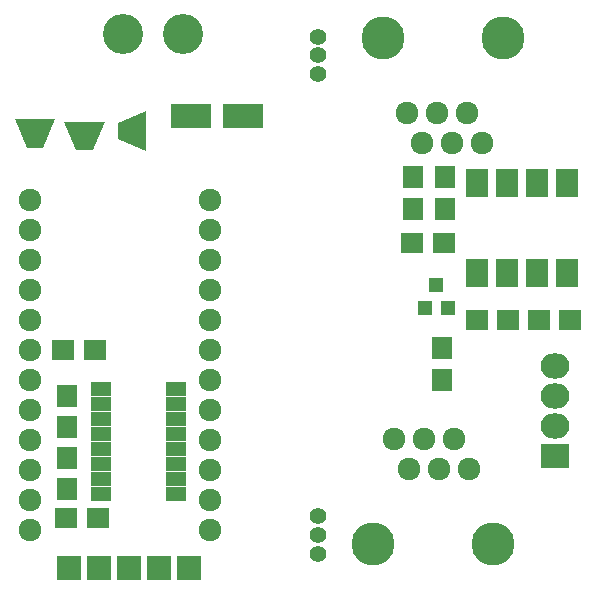
<source format=gts>
G04 #@! TF.FileFunction,Soldermask,Top*
%FSLAX46Y46*%
G04 Gerber Fmt 4.6, Leading zero omitted, Abs format (unit mm)*
G04 Created by KiCad (PCBNEW (2015-08-02 BZR 6038)-product) date 2015 November 19, Thursday 21:17:08*
%MOMM*%
G01*
G04 APERTURE LIST*
%ADD10C,0.100000*%
%ADD11C,1.924000*%
%ADD12C,3.650000*%
%ADD13R,3.399740X2.000200*%
%ADD14C,3.399740*%
%ADD15R,1.900000X1.700000*%
%ADD16R,1.700000X1.900000*%
%ADD17R,2.432000X2.127200*%
%ADD18O,2.432000X2.127200*%
%ADD19R,1.200100X1.200100*%
%ADD20R,1.700000X1.300000*%
%ADD21R,1.924000X2.432000*%
%ADD22R,2.000000X2.000000*%
%ADD23C,1.400000*%
G04 APERTURE END LIST*
D10*
D11*
X214988000Y-113110000D03*
X212448000Y-113110000D03*
X217528000Y-113110000D03*
X213718000Y-115650000D03*
X216258000Y-115650000D03*
X218798000Y-115650000D03*
D12*
X220830000Y-122000000D03*
X210670000Y-122000000D03*
D11*
X217310000Y-88040000D03*
X219850000Y-88040000D03*
X214770000Y-88040000D03*
X218580000Y-85500000D03*
X216040000Y-85500000D03*
X213500000Y-85500000D03*
D12*
X211468000Y-79150000D03*
X221628000Y-79150000D03*
D13*
X195250000Y-85750000D03*
X199649280Y-85750000D03*
D14*
X194500000Y-78750000D03*
X189501280Y-78750000D03*
D15*
X184400000Y-105500000D03*
X187100000Y-105500000D03*
D16*
X184750000Y-112100000D03*
X184750000Y-109400000D03*
X184750000Y-117350000D03*
X184750000Y-114650000D03*
D15*
X184650000Y-119750000D03*
X187350000Y-119750000D03*
D11*
X196870000Y-120820000D03*
X196870000Y-118280000D03*
X196870000Y-115740000D03*
X196870000Y-113200000D03*
X196870000Y-110660000D03*
X196870000Y-108120000D03*
X196870000Y-105580000D03*
X196870000Y-103040000D03*
X196870000Y-100500000D03*
X196870000Y-97960000D03*
X196870000Y-95420000D03*
X196870000Y-92880000D03*
X181630000Y-92880000D03*
X181630000Y-95420000D03*
X181630000Y-97960000D03*
X181630000Y-100500000D03*
X181630000Y-103040000D03*
X181630000Y-105580000D03*
X181630000Y-108120000D03*
X181630000Y-110660000D03*
X181630000Y-113200000D03*
X181630000Y-115740000D03*
X181630000Y-118280000D03*
X181630000Y-120820000D03*
D10*
G36*
X180300000Y-86000000D02*
X183700000Y-86000000D01*
X182700000Y-88400000D01*
X181300000Y-88400000D01*
X180300000Y-86000000D01*
X180300000Y-86000000D01*
G37*
G36*
X184500000Y-86200000D02*
X187900000Y-86200000D01*
X186900000Y-88600000D01*
X185500000Y-88600000D01*
X184500000Y-86200000D01*
X184500000Y-86200000D01*
G37*
G36*
X191400000Y-85300000D02*
X191400000Y-88700000D01*
X189000000Y-87700000D01*
X189000000Y-86300000D01*
X191400000Y-85300000D01*
X191400000Y-85300000D01*
G37*
D17*
X226000000Y-114500000D03*
D18*
X226000000Y-111960000D03*
X226000000Y-109420000D03*
X226000000Y-106880000D03*
D19*
X215050000Y-102000760D03*
X216950000Y-102000760D03*
X216000000Y-100001780D03*
D16*
X216500000Y-108100000D03*
X216500000Y-105400000D03*
X214000000Y-93600000D03*
X214000000Y-90900000D03*
D15*
X222100000Y-103000000D03*
X219400000Y-103000000D03*
X213900000Y-96500000D03*
X216600000Y-96500000D03*
X224650000Y-103000000D03*
X227350000Y-103000000D03*
D16*
X216750000Y-90900000D03*
X216750000Y-93600000D03*
D20*
X187575000Y-108805000D03*
X187575000Y-110075000D03*
X187575000Y-111345000D03*
X187575000Y-112615000D03*
X187575000Y-113885000D03*
X187575000Y-115155000D03*
X187575000Y-116425000D03*
X187575000Y-117695000D03*
X193925000Y-117695000D03*
X193925000Y-116425000D03*
X193925000Y-115155000D03*
X193925000Y-113885000D03*
X193925000Y-112615000D03*
X193925000Y-111345000D03*
X193925000Y-110075000D03*
X193925000Y-108805000D03*
D21*
X219440000Y-99060000D03*
X221980000Y-99060000D03*
X224520000Y-99060000D03*
X227060000Y-99060000D03*
X227060000Y-91440000D03*
X224520000Y-91440000D03*
X221980000Y-91440000D03*
X219440000Y-91440000D03*
D22*
X190000000Y-124000000D03*
X192540000Y-124000000D03*
X195080000Y-124000000D03*
X187460000Y-124000000D03*
X184920000Y-124000000D03*
D23*
X206000000Y-122800000D03*
X206000000Y-121200000D03*
X206000000Y-119600000D03*
X206000000Y-82200000D03*
X206000000Y-80600000D03*
X206000000Y-79000000D03*
M02*

</source>
